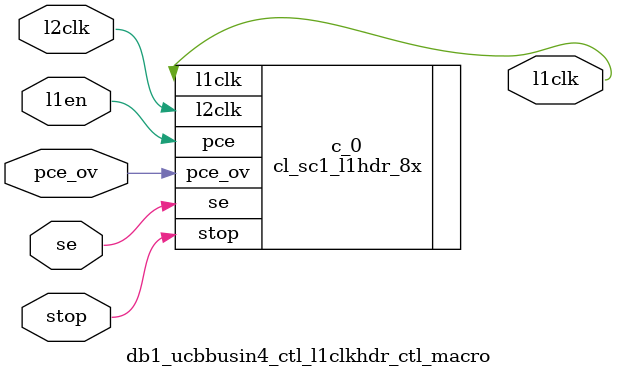
<source format=v>
`define UCB_BUS_WIDTH 4
`define UCB_BUS_WIDTH_M1 3
`define CYC_NUM 32
`define CYC_NUM_M1 31

module db1_ucbbusin4_ctl (
  iol2clk, 
  scan_in, 
  scan_out, 
  tcu_pce_ov, 
  tcu_clk_stop, 
  tcu_aclk, 
  tcu_bclk, 
  tcu_scan_en, 
  vld, 
  data, 
  stall, 
  indata_buf_vld, 
  indata_buf, 
  stall_a1) ;
wire stall_d1_;
wire stall_d1;
wire vld_d1_ff_scanin;
wire vld_d1_ff_scanout;
wire vld_d1;
wire l1clk;
wire data_d1_ff_scanin;
wire data_d1_ff_scanout;
wire [3:0] data_d1;
wire stall_ff_scanin;
wire stall_ff_scanout;
wire stall_d1_ff_scanin;
wire stall_d1_ff_scanout;
wire skid_buf0_en;
wire vld_buf0_ff_scanin;
wire vld_buf0_ff_scanout;
wire vld_buf0;
wire data_buf0_ff_scanin;
wire data_buf0_ff_scanout;
wire [3:0] data_buf0;
wire skid_buf1_en_ff_scanin;
wire skid_buf1_en_ff_scanout;
wire skid_buf1_en;
wire vld_buf1_ff_scanin;
wire vld_buf1_ff_scanout;
wire vld_buf1;
wire data_buf1_ff_scanin;
wire data_buf1_ff_scanout;
wire [3:0] data_buf1;
wire skid_buf0_sel;
wire skid_buf1_sel_ff_scanin;
wire skid_buf1_sel_ff_scanout;
wire skid_buf1_sel;
wire vld_mux;
wire [3:0] data_mux;
wire [31:0] indata_vec_next;
wire [31:0] indata_vec;
wire stall_a1_;
wire indata_vec_ff_scanin;
wire indata_vec_ff_scanout;
wire [127:0] indata_buf_next;
wire indata_buf_ff_scanin;
wire indata_buf_ff_scanout;
wire indata_vec0_d1_ff_scanin;
wire indata_vec0_d1_ff_scanout;
wire indata_vec0_d1;
wire siclk;
wire soclk;
wire pce_ov;
wire stop;
wire se;


////////////////////////////////////////////////////////////////////////
// Signal declarations
////////////////////////////////////////////////////////////////////////
// Global interface
input		iol2clk;
input		scan_in;
output		scan_out;
input		tcu_pce_ov;
input		tcu_clk_stop;
input		tcu_aclk    ;
input		tcu_bclk    ;
input		tcu_scan_en ;

// UCB bus interface
input		vld;
input [`UCB_BUS_WIDTH_M1 :0]	data;
output		stall;


// Local interface
output		indata_buf_vld;
output [127:0]	indata_buf;
input		stall_a1;


// Internal signals

////////////////////////////////////////////////////////////////////////
// Code starts here
////////////////////////////////////////////////////////////////////////
/************************************************************
 * UCB bus interface flops
 * This is to make signals going between IOB and UCB flop-to-flop
 * to improve timing.
 ************************************************************/
assign stall_d1_ = ~stall_d1;
db1_ucbbusin4_ctl_msff_ctl_macro__en_1__width_1 vld_d1_ff  
				(
				.scan_in(vld_d1_ff_scanin),
				.scan_out(vld_d1_ff_scanout),
				.dout		(vld_d1),
				.l1clk		(l1clk),
				.en		(stall_d1_),
				.din		(vld),
  .siclk(siclk),
  .soclk(soclk)
				);

db1_ucbbusin4_ctl_msff_ctl_macro__en_1__width_4 data_d1_ff  
				(
				.scan_in(data_d1_ff_scanin),
				.scan_out(data_d1_ff_scanout),
				.dout		(data_d1[`UCB_BUS_WIDTH_M1:0]),
				.l1clk		(l1clk),
				.en		(stall_d1_),
				.din		(data[`UCB_BUS_WIDTH_M1:0]),
  .siclk(siclk),
  .soclk(soclk)
				);

db1_ucbbusin4_ctl_msff_ctl_macro__width_1 stall_ff 
				(
				.scan_in(stall_ff_scanin),
				.scan_out(stall_ff_scanout),
				.dout		(stall),
				.l1clk		(l1clk),
				.din		(stall_a1),
  .siclk(siclk),
  .soclk(soclk)
				);

db1_ucbbusin4_ctl_msff_ctl_macro__width_1 stall_d1_ff 
				(
				.scan_in(stall_d1_ff_scanin),
				.scan_out(stall_d1_ff_scanout),
				.dout		(stall_d1),
				.l1clk		(l1clk),
				.din		(stall),
  .siclk(siclk),
  .soclk(soclk)
				);


/************************************************************
 * Skid buffer
 * We need a two deep skid buffer to handle stalling.
 ************************************************************/
// Assertion: stall has to be deasserted for more than 1 cycle
//            ie time between two separate stalls has to be
//            at least two cycles.  Otherwise, contents from
//            skid buffer will be lost.

// Buffer 0
assign  skid_buf0_en = stall_a1 & ~stall;

db1_ucbbusin4_ctl_msff_ctl_macro__en_1__width_1 vld_buf0_ff  
				(
				.scan_in(vld_buf0_ff_scanin),
				.scan_out(vld_buf0_ff_scanout),
				.dout		(vld_buf0),
				.l1clk		(l1clk),
				.en		(skid_buf0_en),
				.din		(vld_d1),
  .siclk(siclk),
  .soclk(soclk)
				);

db1_ucbbusin4_ctl_msff_ctl_macro__en_1__width_4 data_buf0_ff   
				(
				.scan_in(data_buf0_ff_scanin),
				.scan_out(data_buf0_ff_scanout),
				.dout		(data_buf0[`UCB_BUS_WIDTH_M1 :0]),
				.l1clk		(l1clk),
				.en		(skid_buf0_en),
				.din		(data_d1[`UCB_BUS_WIDTH_M1 :0]),
  .siclk(siclk),
  .soclk(soclk)
				);

// Buffer 1
db1_ucbbusin4_ctl_msff_ctl_macro__width_1 skid_buf1_en_ff 
				(
				.scan_in(skid_buf1_en_ff_scanin),
				.scan_out(skid_buf1_en_ff_scanout),
				.dout		(skid_buf1_en),
				.l1clk		(l1clk),
				.din		(skid_buf0_en),
  .siclk(siclk),
  .soclk(soclk)
				);

db1_ucbbusin4_ctl_msff_ctl_macro__en_1__width_1 vld_buf1_ff  
				(
				.scan_in(vld_buf1_ff_scanin),
				.scan_out(vld_buf1_ff_scanout),
				.dout		(vld_buf1),
				.l1clk		(l1clk),
				.en		(skid_buf1_en),
				.din		(vld_d1),
  .siclk(siclk),
  .soclk(soclk)
				);

db1_ucbbusin4_ctl_msff_ctl_macro__en_1__width_4 data_buf1_ff   
				(
				.scan_in(data_buf1_ff_scanin),
				.scan_out(data_buf1_ff_scanout),
				.dout		(data_buf1[`UCB_BUS_WIDTH_M1 :0]),
				.l1clk		(l1clk),
				.en		(skid_buf1_en),
				.din		(data_d1[`UCB_BUS_WIDTH_M1 :0]),
  .siclk(siclk),
  .soclk(soclk)
				);


/************************************************************
 * Mux between skid buffer and interface flop
 ************************************************************/
// Assertion: stall has to be deasserted for more than 1 cycle
//            ie time between two separate stalls has to be
//            at least two cycles.  Otherwise, contents from
//            skid buffer will be lost.

assign	skid_buf0_sel = ~stall_a1 & stall;

db1_ucbbusin4_ctl_msff_ctl_macro__width_1 skid_buf1_sel_ff 
				(
				.scan_in(skid_buf1_sel_ff_scanin),
				.scan_out(skid_buf1_sel_ff_scanout),
				.dout		(skid_buf1_sel),
				.l1clk		(l1clk),
				.din		(skid_buf0_sel),
  .siclk(siclk),
  .soclk(soclk)
				);

assign	vld_mux = skid_buf0_sel ? vld_buf0 : 
	   	     skid_buf1_sel ? vld_buf1 :
		                     vld_d1;

assign	data_mux[`UCB_BUS_WIDTH_M1 :0] = skid_buf0_sel ? data_buf0[`UCB_BUS_WIDTH_M1 :0] : 
					skid_buf1_sel ? data_buf1[`UCB_BUS_WIDTH_M1 :0] : 
					       		 data_d1[`UCB_BUS_WIDTH_M1 :0];


/************************************************************
 * Assemble inbound data
 ************************************************************/
// valid vector
assign	indata_vec_next[`CYC_NUM_M1:0] = {vld_mux, indata_vec[`CYC_NUM_M1 :1]};

assign	stall_a1_ = ~stall_a1;
db1_ucbbusin4_ctl_msff_ctl_macro__en_1__width_32 indata_vec_ff   
				(
				.scan_in(indata_vec_ff_scanin),
				.scan_out(indata_vec_ff_scanout),
				.dout		(indata_vec[`CYC_NUM_M1 :0]),
				.l1clk		(l1clk),
				.en		(stall_a1_),
				.din		(indata_vec_next[`CYC_NUM_M1 :0]),
  .siclk(siclk),
  .soclk(soclk)
				);

// data buffer
assign	indata_buf_next[127:0] = {data_mux[`UCB_BUS_WIDTH_M1 :0], indata_buf[127:`UCB_BUS_WIDTH ]};
db1_ucbbusin4_ctl_msff_ctl_macro__en_1__width_128 indata_buf_ff  
				(
				.scan_in(indata_buf_ff_scanin),
				.scan_out(indata_buf_ff_scanout),
				.dout		(indata_buf[127:0]),
				.l1clk		(l1clk),
				.en		(stall_a1_),
				.din		(indata_buf_next[127:0]),
  .siclk(siclk),
  .soclk(soclk)
				);

// detect a new packet	  
db1_ucbbusin4_ctl_msff_ctl_macro__en_1__width_1 indata_vec0_d1_ff  
				(
				.scan_in(indata_vec0_d1_ff_scanin),
				.scan_out(indata_vec0_d1_ff_scanout),
				.dout		(indata_vec0_d1),
				.l1clk		(l1clk),
				.en		(stall_a1_),
				.din		(indata_vec[0]),
  .siclk(siclk),
  .soclk(soclk)
				);

assign	indata_buf_vld = indata_vec[0] & ~indata_vec0_d1;



/**** adding clock header ****/
db1_ucbbusin4_ctl_l1clkhdr_ctl_macro clkgen (
				.l2clk	(iol2clk),
				.l1en	(1'b1),
				.l1clk	(l1clk),
  .pce_ov(pce_ov),
  .stop(stop),
  .se(se)
				);

/*** building tcu port ***/
assign	siclk  = tcu_aclk    ;
assign	soclk  = tcu_bclk    ;
assign	pce_ov = tcu_pce_ov  ;
assign	stop   = tcu_clk_stop;
// scan renames
assign  se     = tcu_scan_en ;
// end scan

// fixscan start:
assign vld_d1_ff_scanin          = scan_in                  ;
assign data_d1_ff_scanin         = vld_d1_ff_scanout        ;
assign stall_ff_scanin           = data_d1_ff_scanout       ;
assign stall_d1_ff_scanin        = stall_ff_scanout         ;
assign vld_buf0_ff_scanin        = stall_d1_ff_scanout      ;
assign data_buf0_ff_scanin       = vld_buf0_ff_scanout      ;
assign skid_buf1_en_ff_scanin    = data_buf0_ff_scanout     ;
assign vld_buf1_ff_scanin        = skid_buf1_en_ff_scanout  ;
assign data_buf1_ff_scanin       = vld_buf1_ff_scanout      ;
assign skid_buf1_sel_ff_scanin   = data_buf1_ff_scanout     ;
assign indata_vec_ff_scanin      = skid_buf1_sel_ff_scanout ;
assign indata_buf_ff_scanin      = indata_vec_ff_scanout    ;
assign indata_vec0_d1_ff_scanin  = indata_buf_ff_scanout    ;
assign scan_out                  = indata_vec0_d1_ff_scanout;
// fixscan end:
endmodule // ucb_bus_in






// any PARAMS parms go into naming of macro

module db1_ucbbusin4_ctl_msff_ctl_macro__en_1__width_1 (
  din, 
  en, 
  l1clk, 
  scan_in, 
  siclk, 
  soclk, 
  dout, 
  scan_out);
wire [0:0] fdin;

  input [0:0] din;
  input en;
  input l1clk;
  input scan_in;


  input siclk;
  input soclk;

  output [0:0] dout;
  output scan_out;
assign fdin[0:0] = (din[0:0] & {1{en}}) | (dout[0:0] & ~{1{en}});






dff #(1)  d0_0 (
.l1clk(l1clk),
.siclk(siclk),
.soclk(soclk),
.d(fdin[0:0]),
.si(scan_in),
.so(scan_out),
.q(dout[0:0])
);












endmodule













// any PARAMS parms go into naming of macro

module db1_ucbbusin4_ctl_msff_ctl_macro__en_1__width_4 (
  din, 
  en, 
  l1clk, 
  scan_in, 
  siclk, 
  soclk, 
  dout, 
  scan_out);
wire [3:0] fdin;
wire [2:0] so;

  input [3:0] din;
  input en;
  input l1clk;
  input scan_in;


  input siclk;
  input soclk;

  output [3:0] dout;
  output scan_out;
assign fdin[3:0] = (din[3:0] & {4{en}}) | (dout[3:0] & ~{4{en}});






dff #(4)  d0_0 (
.l1clk(l1clk),
.siclk(siclk),
.soclk(soclk),
.d(fdin[3:0]),
.si({scan_in,so[2:0]}),
.so({so[2:0],scan_out}),
.q(dout[3:0])
);












endmodule













// any PARAMS parms go into naming of macro

module db1_ucbbusin4_ctl_msff_ctl_macro__width_1 (
  din, 
  l1clk, 
  scan_in, 
  siclk, 
  soclk, 
  dout, 
  scan_out);
wire [0:0] fdin;

  input [0:0] din;
  input l1clk;
  input scan_in;


  input siclk;
  input soclk;

  output [0:0] dout;
  output scan_out;
assign fdin[0:0] = din[0:0];






dff #(1)  d0_0 (
.l1clk(l1clk),
.siclk(siclk),
.soclk(soclk),
.d(fdin[0:0]),
.si(scan_in),
.so(scan_out),
.q(dout[0:0])
);












endmodule













// any PARAMS parms go into naming of macro

module db1_ucbbusin4_ctl_msff_ctl_macro__en_1__width_32 (
  din, 
  en, 
  l1clk, 
  scan_in, 
  siclk, 
  soclk, 
  dout, 
  scan_out);
wire [31:0] fdin;
wire [30:0] so;

  input [31:0] din;
  input en;
  input l1clk;
  input scan_in;


  input siclk;
  input soclk;

  output [31:0] dout;
  output scan_out;
assign fdin[31:0] = (din[31:0] & {32{en}}) | (dout[31:0] & ~{32{en}});






dff #(32)  d0_0 (
.l1clk(l1clk),
.siclk(siclk),
.soclk(soclk),
.d(fdin[31:0]),
.si({scan_in,so[30:0]}),
.so({so[30:0],scan_out}),
.q(dout[31:0])
);












endmodule













// any PARAMS parms go into naming of macro

module db1_ucbbusin4_ctl_msff_ctl_macro__en_1__width_128 (
  din, 
  en, 
  l1clk, 
  scan_in, 
  siclk, 
  soclk, 
  dout, 
  scan_out);
wire [127:0] fdin;
wire [126:0] so;

  input [127:0] din;
  input en;
  input l1clk;
  input scan_in;


  input siclk;
  input soclk;

  output [127:0] dout;
  output scan_out;
assign fdin[127:0] = (din[127:0] & {128{en}}) | (dout[127:0] & ~{128{en}});






dff #(128)  d0_0 (
.l1clk(l1clk),
.siclk(siclk),
.soclk(soclk),
.d(fdin[127:0]),
.si({scan_in,so[126:0]}),
.so({so[126:0],scan_out}),
.q(dout[127:0])
);












endmodule













// any PARAMS parms go into naming of macro

module db1_ucbbusin4_ctl_l1clkhdr_ctl_macro (
  l2clk, 
  l1en, 
  pce_ov, 
  stop, 
  se, 
  l1clk);


  input l2clk;
  input l1en;
  input pce_ov;
  input stop;
  input se;
  output l1clk;



 

cl_sc1_l1hdr_8x c_0 (


   .l2clk(l2clk),
   .pce(l1en),
   .l1clk(l1clk),
  .se(se),
  .pce_ov(pce_ov),
  .stop(stop)
);



endmodule









</source>
